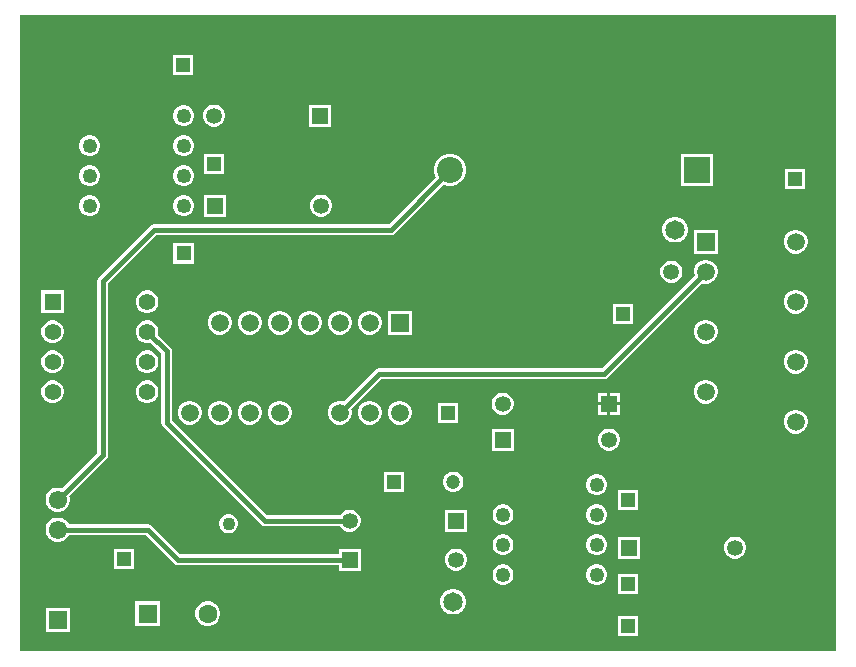
<source format=gbl>
G04*
G04 #@! TF.GenerationSoftware,Altium Limited,Altium Designer,21.2.1 (34)*
G04*
G04 Layer_Physical_Order=2*
G04 Layer_Color=16711680*
%FSLAX25Y25*%
%MOIN*%
G70*
G04*
G04 #@! TF.SameCoordinates,3CCBA5C7-3EF3-4D3C-93EB-A50EB93EC52C*
G04*
G04*
G04 #@! TF.FilePolarity,Positive*
G04*
G01*
G75*
%ADD18C,0.04921*%
%ADD19R,0.04921X0.04921*%
%ADD22C,0.04724*%
%ADD23R,0.04724X0.04724*%
%ADD24C,0.05512*%
%ADD25R,0.05512X0.05512*%
%ADD26R,0.04724X0.04724*%
%ADD31C,0.04331*%
%ADD32R,0.04331X0.04331*%
%ADD33C,0.08661*%
%ADD34R,0.08661X0.08661*%
%ADD37C,0.01500*%
%ADD38C,0.05906*%
%ADD39R,0.05906X0.05906*%
%ADD40R,0.05315X0.05315*%
%ADD41C,0.05315*%
%ADD42C,0.06496*%
%ADD43R,0.05906X0.05906*%
%ADD44C,0.06299*%
%ADD45R,0.06299X0.06299*%
%ADD46R,0.06102X0.06102*%
%ADD47C,0.06102*%
G36*
X273471Y1529D02*
X1529D01*
Y213471D01*
X273471D01*
Y1529D01*
D02*
G37*
%LPC*%
G36*
X59205Y200362D02*
X52480D01*
Y193638D01*
X59205D01*
Y200362D01*
D02*
G37*
G36*
X56377Y183461D02*
X55466D01*
X54585Y183225D01*
X53796Y182769D01*
X53152Y182125D01*
X52697Y181336D01*
X52461Y180456D01*
Y179544D01*
X52697Y178664D01*
X53152Y177875D01*
X53796Y177231D01*
X54585Y176775D01*
X55466Y176539D01*
X56377D01*
X57257Y176775D01*
X58046Y177231D01*
X58690Y177875D01*
X59146Y178664D01*
X59382Y179544D01*
Y180456D01*
X59146Y181336D01*
X58690Y182125D01*
X58046Y182769D01*
X57257Y183225D01*
X56377Y183461D01*
D02*
G37*
G36*
X105091Y183658D02*
X97776D01*
Y176342D01*
X105091D01*
Y183658D01*
D02*
G37*
G36*
X66482D02*
X65518D01*
X64588Y183408D01*
X63754Y182927D01*
X63073Y182246D01*
X62592Y181412D01*
X62343Y180482D01*
Y179518D01*
X62592Y178588D01*
X63073Y177754D01*
X63754Y177073D01*
X64588Y176592D01*
X65518Y176342D01*
X66482D01*
X67412Y176592D01*
X68246Y177073D01*
X68927Y177754D01*
X69408Y178588D01*
X69657Y179518D01*
Y180482D01*
X69408Y181412D01*
X68927Y182246D01*
X68246Y182927D01*
X67412Y183408D01*
X66482Y183658D01*
D02*
G37*
G36*
X56377Y173461D02*
X55466D01*
X54585Y173225D01*
X53796Y172769D01*
X53152Y172125D01*
X52697Y171336D01*
X52461Y170456D01*
Y169544D01*
X52697Y168664D01*
X53152Y167875D01*
X53796Y167231D01*
X54585Y166775D01*
X55466Y166539D01*
X56377D01*
X57257Y166775D01*
X58046Y167231D01*
X58690Y167875D01*
X59146Y168664D01*
X59382Y169544D01*
Y170456D01*
X59146Y171336D01*
X58690Y172125D01*
X58046Y172769D01*
X57257Y173225D01*
X56377Y173461D01*
D02*
G37*
G36*
X25117D02*
X24206D01*
X23326Y173225D01*
X22536Y172769D01*
X21892Y172125D01*
X21437Y171336D01*
X21201Y170456D01*
Y169544D01*
X21437Y168664D01*
X21892Y167875D01*
X22536Y167231D01*
X23326Y166775D01*
X24206Y166539D01*
X25117D01*
X25997Y166775D01*
X26786Y167231D01*
X27431Y167875D01*
X27886Y168664D01*
X28122Y169544D01*
Y170456D01*
X27886Y171336D01*
X27431Y172125D01*
X26786Y172769D01*
X25997Y173225D01*
X25117Y173461D01*
D02*
G37*
G36*
X69520Y167362D02*
X62795D01*
Y160638D01*
X69520D01*
Y167362D01*
D02*
G37*
G36*
X232551Y167331D02*
X221890D01*
Y156669D01*
X232551D01*
Y167331D01*
D02*
G37*
G36*
X145481D02*
X144078D01*
X142722Y166967D01*
X141506Y166266D01*
X140514Y165273D01*
X139812Y164058D01*
X139449Y162702D01*
Y161298D01*
X139812Y159942D01*
X140034Y159558D01*
X124261Y143784D01*
X46000D01*
X45317Y143649D01*
X44738Y143262D01*
X27679Y126202D01*
X27292Y125623D01*
X27156Y124940D01*
Y67679D01*
X15318Y55841D01*
X14533Y56051D01*
X13467D01*
X12436Y55775D01*
X11513Y55242D01*
X10758Y54488D01*
X10225Y53564D01*
X9949Y52533D01*
Y51467D01*
X10225Y50436D01*
X10758Y49512D01*
X11513Y48758D01*
X12436Y48225D01*
X13467Y47949D01*
X14533D01*
X15564Y48225D01*
X16488Y48758D01*
X17242Y49512D01*
X17775Y50436D01*
X18051Y51467D01*
Y52533D01*
X17841Y53318D01*
X30202Y65679D01*
X30202Y65679D01*
X30589Y66258D01*
X30725Y66940D01*
Y124201D01*
X46739Y140216D01*
X125000D01*
X125683Y140351D01*
X126262Y140738D01*
X142617Y157093D01*
X142722Y157033D01*
X144078Y156669D01*
X145481D01*
X146837Y157033D01*
X148053Y157734D01*
X149045Y158727D01*
X149747Y159942D01*
X150110Y161298D01*
Y162702D01*
X149747Y164058D01*
X149045Y165273D01*
X148053Y166266D01*
X146837Y166967D01*
X145481Y167331D01*
D02*
G37*
G36*
X56377Y163461D02*
X55466D01*
X54585Y163225D01*
X53796Y162769D01*
X53152Y162125D01*
X52697Y161336D01*
X52461Y160456D01*
Y159544D01*
X52697Y158664D01*
X53152Y157875D01*
X53796Y157231D01*
X54585Y156775D01*
X55466Y156539D01*
X56377D01*
X57257Y156775D01*
X58046Y157231D01*
X58690Y157875D01*
X59146Y158664D01*
X59382Y159544D01*
Y160456D01*
X59146Y161336D01*
X58690Y162125D01*
X58046Y162769D01*
X57257Y163225D01*
X56377Y163461D01*
D02*
G37*
G36*
X25117D02*
X24206D01*
X23326Y163225D01*
X22536Y162769D01*
X21892Y162125D01*
X21437Y161336D01*
X21201Y160456D01*
Y159544D01*
X21437Y158664D01*
X21892Y157875D01*
X22536Y157231D01*
X23326Y156775D01*
X24206Y156539D01*
X25117D01*
X25997Y156775D01*
X26786Y157231D01*
X27431Y157875D01*
X27886Y158664D01*
X28122Y159544D01*
Y160456D01*
X27886Y161336D01*
X27431Y162125D01*
X26786Y162769D01*
X25997Y163225D01*
X25117Y163461D01*
D02*
G37*
G36*
X263205Y162362D02*
X256480D01*
Y155638D01*
X263205D01*
Y162362D01*
D02*
G37*
G36*
X56377Y153461D02*
X55466D01*
X54585Y153225D01*
X53796Y152769D01*
X53152Y152125D01*
X52697Y151336D01*
X52461Y150456D01*
Y149544D01*
X52697Y148664D01*
X53152Y147875D01*
X53796Y147231D01*
X54585Y146775D01*
X55466Y146539D01*
X56377D01*
X57257Y146775D01*
X58046Y147231D01*
X58690Y147875D01*
X59146Y148664D01*
X59382Y149544D01*
Y150456D01*
X59146Y151336D01*
X58690Y152125D01*
X58046Y152769D01*
X57257Y153225D01*
X56377Y153461D01*
D02*
G37*
G36*
X25117D02*
X24206D01*
X23326Y153225D01*
X22536Y152769D01*
X21892Y152125D01*
X21437Y151336D01*
X21201Y150456D01*
Y149544D01*
X21437Y148664D01*
X21892Y147875D01*
X22536Y147231D01*
X23326Y146775D01*
X24206Y146539D01*
X25117D01*
X25997Y146775D01*
X26786Y147231D01*
X27431Y147875D01*
X27886Y148664D01*
X28122Y149544D01*
Y150456D01*
X27886Y151336D01*
X27431Y152125D01*
X26786Y152769D01*
X25997Y153225D01*
X25117Y153461D01*
D02*
G37*
G36*
X102198Y153657D02*
X101235D01*
X100305Y153408D01*
X99471Y152927D01*
X98790Y152246D01*
X98308Y151412D01*
X98059Y150481D01*
Y149519D01*
X98308Y148588D01*
X98790Y147754D01*
X99471Y147073D01*
X100305Y146592D01*
X101235Y146343D01*
X102198D01*
X103128Y146592D01*
X103962Y147073D01*
X104643Y147754D01*
X105125Y148588D01*
X105374Y149519D01*
Y150481D01*
X105125Y151412D01*
X104643Y152246D01*
X103962Y152927D01*
X103128Y153408D01*
X102198Y153657D01*
D02*
G37*
G36*
X69941D02*
X62626D01*
Y146343D01*
X69941D01*
Y153657D01*
D02*
G37*
G36*
X220276Y146248D02*
X219157D01*
X218077Y145958D01*
X217108Y145399D01*
X216317Y144608D01*
X215758Y143640D01*
X215469Y142559D01*
Y141441D01*
X215758Y140360D01*
X216317Y139392D01*
X217108Y138601D01*
X218077Y138041D01*
X219157Y137752D01*
X220276D01*
X221356Y138041D01*
X222325Y138601D01*
X223116Y139392D01*
X223675Y140360D01*
X223965Y141441D01*
Y142559D01*
X223675Y143640D01*
X223116Y144608D01*
X222325Y145399D01*
X221356Y145958D01*
X220276Y146248D01*
D02*
G37*
G36*
X260520Y141953D02*
X259480D01*
X258474Y141683D01*
X257573Y141163D01*
X256837Y140427D01*
X256317Y139526D01*
X256047Y138520D01*
Y137480D01*
X256317Y136474D01*
X256837Y135573D01*
X257573Y134837D01*
X258474Y134317D01*
X259480Y134047D01*
X260520D01*
X261526Y134317D01*
X262427Y134837D01*
X263163Y135573D01*
X263683Y136474D01*
X263953Y137480D01*
Y138520D01*
X263683Y139526D01*
X263163Y140427D01*
X262427Y141163D01*
X261526Y141683D01*
X260520Y141953D01*
D02*
G37*
G36*
X233953D02*
X226047D01*
Y134047D01*
X233953D01*
Y141953D01*
D02*
G37*
G36*
X59284Y137441D02*
X52559D01*
Y130717D01*
X59284D01*
Y137441D01*
D02*
G37*
G36*
X218979Y131658D02*
X218016D01*
X217086Y131408D01*
X216252Y130927D01*
X215571Y130246D01*
X215089Y129412D01*
X214840Y128481D01*
Y127518D01*
X215089Y126588D01*
X215571Y125754D01*
X216252Y125073D01*
X217086Y124592D01*
X218016Y124343D01*
X218979D01*
X219909Y124592D01*
X220743Y125073D01*
X221424Y125754D01*
X221906Y126588D01*
X222155Y127518D01*
Y128481D01*
X221906Y129412D01*
X221424Y130246D01*
X220743Y130927D01*
X219909Y131408D01*
X218979Y131658D01*
D02*
G37*
G36*
X230520Y131953D02*
X229480D01*
X228474Y131683D01*
X227573Y131163D01*
X226837Y130427D01*
X226317Y129526D01*
X226047Y128520D01*
Y127480D01*
X226239Y126763D01*
X195261Y95784D01*
X121000D01*
X121000Y95784D01*
X120317Y95648D01*
X120028Y95455D01*
X119738Y95262D01*
X119738Y95262D01*
X109237Y84761D01*
X108520Y84953D01*
X107480D01*
X106474Y84683D01*
X105573Y84163D01*
X104837Y83427D01*
X104317Y82526D01*
X104047Y81520D01*
Y80480D01*
X104317Y79474D01*
X104837Y78573D01*
X105573Y77837D01*
X106474Y77317D01*
X107480Y77047D01*
X108520D01*
X109526Y77317D01*
X110427Y77837D01*
X111163Y78573D01*
X111683Y79474D01*
X111953Y80480D01*
Y81520D01*
X111761Y82237D01*
X121739Y92216D01*
X196000D01*
X196683Y92352D01*
X197262Y92738D01*
X228763Y124239D01*
X229480Y124047D01*
X230520D01*
X231526Y124317D01*
X232427Y124837D01*
X233163Y125573D01*
X233683Y126474D01*
X233953Y127480D01*
Y128520D01*
X233683Y129526D01*
X233163Y130427D01*
X232427Y131163D01*
X231526Y131683D01*
X230520Y131953D01*
D02*
G37*
G36*
X44245Y121756D02*
X43255D01*
X42300Y121500D01*
X41444Y121005D01*
X40745Y120306D01*
X40250Y119450D01*
X39994Y118494D01*
Y117506D01*
X40250Y116550D01*
X40745Y115694D01*
X41444Y114995D01*
X42300Y114500D01*
X43255Y114244D01*
X44245D01*
X45200Y114500D01*
X46056Y114995D01*
X46755Y115694D01*
X47250Y116550D01*
X47506Y117506D01*
Y118494D01*
X47250Y119450D01*
X46755Y120306D01*
X46056Y121005D01*
X45200Y121500D01*
X44245Y121756D01*
D02*
G37*
G36*
X16006D02*
X8494D01*
Y114244D01*
X16006D01*
Y121756D01*
D02*
G37*
G36*
X260520Y121953D02*
X259480D01*
X258474Y121683D01*
X257573Y121163D01*
X256837Y120427D01*
X256317Y119526D01*
X256047Y118520D01*
Y117480D01*
X256317Y116474D01*
X256837Y115573D01*
X257573Y114837D01*
X258474Y114317D01*
X259480Y114047D01*
X260520D01*
X261526Y114317D01*
X262427Y114837D01*
X263163Y115573D01*
X263683Y116474D01*
X263953Y117480D01*
Y118520D01*
X263683Y119526D01*
X263163Y120427D01*
X262427Y121163D01*
X261526Y121683D01*
X260520Y121953D01*
D02*
G37*
G36*
X205702Y117362D02*
X198978D01*
Y110638D01*
X205702D01*
Y117362D01*
D02*
G37*
G36*
X131953Y114953D02*
X124047D01*
Y107047D01*
X131953D01*
Y114953D01*
D02*
G37*
G36*
X118520D02*
X117480D01*
X116474Y114683D01*
X115573Y114163D01*
X114837Y113427D01*
X114317Y112526D01*
X114047Y111520D01*
Y110480D01*
X114317Y109474D01*
X114837Y108573D01*
X115573Y107837D01*
X116474Y107317D01*
X117480Y107047D01*
X118520D01*
X119526Y107317D01*
X120427Y107837D01*
X121163Y108573D01*
X121683Y109474D01*
X121953Y110480D01*
Y111520D01*
X121683Y112526D01*
X121163Y113427D01*
X120427Y114163D01*
X119526Y114683D01*
X118520Y114953D01*
D02*
G37*
G36*
X108520D02*
X107480D01*
X106474Y114683D01*
X105573Y114163D01*
X104837Y113427D01*
X104317Y112526D01*
X104047Y111520D01*
Y110480D01*
X104317Y109474D01*
X104837Y108573D01*
X105573Y107837D01*
X106474Y107317D01*
X107480Y107047D01*
X108520D01*
X109526Y107317D01*
X110427Y107837D01*
X111163Y108573D01*
X111683Y109474D01*
X111953Y110480D01*
Y111520D01*
X111683Y112526D01*
X111163Y113427D01*
X110427Y114163D01*
X109526Y114683D01*
X108520Y114953D01*
D02*
G37*
G36*
X98520D02*
X97480D01*
X96474Y114683D01*
X95573Y114163D01*
X94837Y113427D01*
X94317Y112526D01*
X94047Y111520D01*
Y110480D01*
X94317Y109474D01*
X94837Y108573D01*
X95573Y107837D01*
X96474Y107317D01*
X97480Y107047D01*
X98520D01*
X99526Y107317D01*
X100427Y107837D01*
X101163Y108573D01*
X101683Y109474D01*
X101953Y110480D01*
Y111520D01*
X101683Y112526D01*
X101163Y113427D01*
X100427Y114163D01*
X99526Y114683D01*
X98520Y114953D01*
D02*
G37*
G36*
X88520D02*
X87480D01*
X86474Y114683D01*
X85573Y114163D01*
X84837Y113427D01*
X84317Y112526D01*
X84047Y111520D01*
Y110480D01*
X84317Y109474D01*
X84837Y108573D01*
X85573Y107837D01*
X86474Y107317D01*
X87480Y107047D01*
X88520D01*
X89526Y107317D01*
X90427Y107837D01*
X91163Y108573D01*
X91683Y109474D01*
X91953Y110480D01*
Y111520D01*
X91683Y112526D01*
X91163Y113427D01*
X90427Y114163D01*
X89526Y114683D01*
X88520Y114953D01*
D02*
G37*
G36*
X78520D02*
X77480D01*
X76474Y114683D01*
X75573Y114163D01*
X74837Y113427D01*
X74317Y112526D01*
X74047Y111520D01*
Y110480D01*
X74317Y109474D01*
X74837Y108573D01*
X75573Y107837D01*
X76474Y107317D01*
X77480Y107047D01*
X78520D01*
X79526Y107317D01*
X80427Y107837D01*
X81163Y108573D01*
X81683Y109474D01*
X81953Y110480D01*
Y111520D01*
X81683Y112526D01*
X81163Y113427D01*
X80427Y114163D01*
X79526Y114683D01*
X78520Y114953D01*
D02*
G37*
G36*
X68520D02*
X67480D01*
X66474Y114683D01*
X65573Y114163D01*
X64837Y113427D01*
X64317Y112526D01*
X64047Y111520D01*
Y110480D01*
X64317Y109474D01*
X64837Y108573D01*
X65573Y107837D01*
X66474Y107317D01*
X67480Y107047D01*
X68520D01*
X69526Y107317D01*
X70427Y107837D01*
X71163Y108573D01*
X71683Y109474D01*
X71953Y110480D01*
Y111520D01*
X71683Y112526D01*
X71163Y113427D01*
X70427Y114163D01*
X69526Y114683D01*
X68520Y114953D01*
D02*
G37*
G36*
X12744Y111756D02*
X11755D01*
X10800Y111500D01*
X9944Y111005D01*
X9245Y110306D01*
X8750Y109450D01*
X8494Y108494D01*
Y107506D01*
X8750Y106550D01*
X9245Y105694D01*
X9944Y104994D01*
X10800Y104500D01*
X11755Y104244D01*
X12744D01*
X13700Y104500D01*
X14556Y104994D01*
X15256Y105694D01*
X15750Y106550D01*
X16006Y107506D01*
Y108494D01*
X15750Y109450D01*
X15256Y110306D01*
X14556Y111005D01*
X13700Y111500D01*
X12744Y111756D01*
D02*
G37*
G36*
X230520Y111953D02*
X229480D01*
X228474Y111683D01*
X227573Y111163D01*
X226837Y110427D01*
X226317Y109526D01*
X226047Y108520D01*
Y107480D01*
X226317Y106474D01*
X226837Y105573D01*
X227573Y104837D01*
X228474Y104317D01*
X229480Y104047D01*
X230520D01*
X231526Y104317D01*
X232427Y104837D01*
X233163Y105573D01*
X233683Y106474D01*
X233953Y107480D01*
Y108520D01*
X233683Y109526D01*
X233163Y110427D01*
X232427Y111163D01*
X231526Y111683D01*
X230520Y111953D01*
D02*
G37*
G36*
X44245Y101756D02*
X43255D01*
X42300Y101500D01*
X41444Y101005D01*
X40745Y100306D01*
X40250Y99450D01*
X39994Y98494D01*
Y97505D01*
X40250Y96550D01*
X40745Y95694D01*
X41444Y94994D01*
X42300Y94500D01*
X43255Y94244D01*
X44245D01*
X45200Y94500D01*
X46056Y94994D01*
X46755Y95694D01*
X47250Y96550D01*
X47506Y97505D01*
Y98494D01*
X47250Y99450D01*
X46755Y100306D01*
X46056Y101005D01*
X45200Y101500D01*
X44245Y101756D01*
D02*
G37*
G36*
X12744D02*
X11755D01*
X10800Y101500D01*
X9944Y101005D01*
X9245Y100306D01*
X8750Y99450D01*
X8494Y98494D01*
Y97505D01*
X8750Y96550D01*
X9245Y95694D01*
X9944Y94994D01*
X10800Y94500D01*
X11755Y94244D01*
X12744D01*
X13700Y94500D01*
X14556Y94994D01*
X15256Y95694D01*
X15750Y96550D01*
X16006Y97505D01*
Y98494D01*
X15750Y99450D01*
X15256Y100306D01*
X14556Y101005D01*
X13700Y101500D01*
X12744Y101756D01*
D02*
G37*
G36*
X260520Y101953D02*
X259480D01*
X258474Y101683D01*
X257573Y101163D01*
X256837Y100427D01*
X256317Y99526D01*
X256047Y98520D01*
Y97480D01*
X256317Y96474D01*
X256837Y95573D01*
X257573Y94837D01*
X258474Y94317D01*
X259480Y94047D01*
X260520D01*
X261526Y94317D01*
X262427Y94837D01*
X263163Y95573D01*
X263683Y96474D01*
X263953Y97480D01*
Y98520D01*
X263683Y99526D01*
X263163Y100427D01*
X262427Y101163D01*
X261526Y101683D01*
X260520Y101953D01*
D02*
G37*
G36*
X201374Y87657D02*
X198216D01*
Y84500D01*
X201374D01*
Y87657D01*
D02*
G37*
G36*
X197216D02*
X194059D01*
Y84500D01*
X197216D01*
Y87657D01*
D02*
G37*
G36*
X44245Y91756D02*
X43255D01*
X42300Y91500D01*
X41444Y91005D01*
X40745Y90306D01*
X40250Y89450D01*
X39994Y88494D01*
Y87506D01*
X40250Y86550D01*
X40745Y85694D01*
X41444Y84995D01*
X42300Y84500D01*
X43255Y84244D01*
X44245D01*
X45200Y84500D01*
X46056Y84995D01*
X46755Y85694D01*
X47250Y86550D01*
X47506Y87506D01*
Y88494D01*
X47250Y89450D01*
X46755Y90306D01*
X46056Y91005D01*
X45200Y91500D01*
X44245Y91756D01*
D02*
G37*
G36*
X12744D02*
X11755D01*
X10800Y91500D01*
X9944Y91005D01*
X9245Y90306D01*
X8750Y89450D01*
X8494Y88494D01*
Y87506D01*
X8750Y86550D01*
X9245Y85694D01*
X9944Y84995D01*
X10800Y84500D01*
X11755Y84244D01*
X12744D01*
X13700Y84500D01*
X14556Y84995D01*
X15256Y85694D01*
X15750Y86550D01*
X16006Y87506D01*
Y88494D01*
X15750Y89450D01*
X15256Y90306D01*
X14556Y91005D01*
X13700Y91500D01*
X12744Y91756D01*
D02*
G37*
G36*
X230520Y91953D02*
X229480D01*
X228474Y91683D01*
X227573Y91163D01*
X226837Y90427D01*
X226317Y89526D01*
X226047Y88520D01*
Y87480D01*
X226317Y86474D01*
X226837Y85573D01*
X227573Y84837D01*
X228474Y84317D01*
X229480Y84047D01*
X230520D01*
X231526Y84317D01*
X232427Y84837D01*
X233163Y85573D01*
X233683Y86474D01*
X233953Y87480D01*
Y88520D01*
X233683Y89526D01*
X233163Y90427D01*
X232427Y91163D01*
X231526Y91683D01*
X230520Y91953D01*
D02*
G37*
G36*
X201374Y83500D02*
X198216D01*
Y80343D01*
X201374D01*
Y83500D01*
D02*
G37*
G36*
X197216D02*
X194059D01*
Y80343D01*
X197216D01*
Y83500D01*
D02*
G37*
G36*
X162765Y87657D02*
X161802D01*
X160872Y87408D01*
X160038Y86927D01*
X159357Y86246D01*
X158875Y85412D01*
X158626Y84482D01*
Y83518D01*
X158875Y82588D01*
X159357Y81754D01*
X160038Y81073D01*
X160872Y80592D01*
X161802Y80343D01*
X162765D01*
X163695Y80592D01*
X164529Y81073D01*
X165210Y81754D01*
X165692Y82588D01*
X165941Y83518D01*
Y84482D01*
X165692Y85412D01*
X165210Y86246D01*
X164529Y86927D01*
X163695Y87408D01*
X162765Y87657D01*
D02*
G37*
G36*
X147362Y84362D02*
X140638D01*
Y77638D01*
X147362D01*
Y84362D01*
D02*
G37*
G36*
X128520Y84953D02*
X127480D01*
X126474Y84683D01*
X125573Y84163D01*
X124837Y83427D01*
X124317Y82526D01*
X124047Y81520D01*
Y80480D01*
X124317Y79474D01*
X124837Y78573D01*
X125573Y77837D01*
X126474Y77317D01*
X127480Y77047D01*
X128520D01*
X129526Y77317D01*
X130427Y77837D01*
X131163Y78573D01*
X131683Y79474D01*
X131953Y80480D01*
Y81520D01*
X131683Y82526D01*
X131163Y83427D01*
X130427Y84163D01*
X129526Y84683D01*
X128520Y84953D01*
D02*
G37*
G36*
X118520D02*
X117480D01*
X116474Y84683D01*
X115573Y84163D01*
X114837Y83427D01*
X114317Y82526D01*
X114047Y81520D01*
Y80480D01*
X114317Y79474D01*
X114837Y78573D01*
X115573Y77837D01*
X116474Y77317D01*
X117480Y77047D01*
X118520D01*
X119526Y77317D01*
X120427Y77837D01*
X121163Y78573D01*
X121683Y79474D01*
X121953Y80480D01*
Y81520D01*
X121683Y82526D01*
X121163Y83427D01*
X120427Y84163D01*
X119526Y84683D01*
X118520Y84953D01*
D02*
G37*
G36*
X88520D02*
X87480D01*
X86474Y84683D01*
X85573Y84163D01*
X84837Y83427D01*
X84317Y82526D01*
X84047Y81520D01*
Y80480D01*
X84317Y79474D01*
X84837Y78573D01*
X85573Y77837D01*
X86474Y77317D01*
X87480Y77047D01*
X88520D01*
X89526Y77317D01*
X90427Y77837D01*
X91163Y78573D01*
X91683Y79474D01*
X91953Y80480D01*
Y81520D01*
X91683Y82526D01*
X91163Y83427D01*
X90427Y84163D01*
X89526Y84683D01*
X88520Y84953D01*
D02*
G37*
G36*
X78520D02*
X77480D01*
X76474Y84683D01*
X75573Y84163D01*
X74837Y83427D01*
X74317Y82526D01*
X74047Y81520D01*
Y80480D01*
X74317Y79474D01*
X74837Y78573D01*
X75573Y77837D01*
X76474Y77317D01*
X77480Y77047D01*
X78520D01*
X79526Y77317D01*
X80427Y77837D01*
X81163Y78573D01*
X81683Y79474D01*
X81953Y80480D01*
Y81520D01*
X81683Y82526D01*
X81163Y83427D01*
X80427Y84163D01*
X79526Y84683D01*
X78520Y84953D01*
D02*
G37*
G36*
X68520D02*
X67480D01*
X66474Y84683D01*
X65573Y84163D01*
X64837Y83427D01*
X64317Y82526D01*
X64047Y81520D01*
Y80480D01*
X64317Y79474D01*
X64837Y78573D01*
X65573Y77837D01*
X66474Y77317D01*
X67480Y77047D01*
X68520D01*
X69526Y77317D01*
X70427Y77837D01*
X71163Y78573D01*
X71683Y79474D01*
X71953Y80480D01*
Y81520D01*
X71683Y82526D01*
X71163Y83427D01*
X70427Y84163D01*
X69526Y84683D01*
X68520Y84953D01*
D02*
G37*
G36*
X58520D02*
X57480D01*
X56474Y84683D01*
X55573Y84163D01*
X54837Y83427D01*
X54317Y82526D01*
X54047Y81520D01*
Y80480D01*
X54317Y79474D01*
X54837Y78573D01*
X55573Y77837D01*
X56474Y77317D01*
X57480Y77047D01*
X58520D01*
X59526Y77317D01*
X60427Y77837D01*
X61163Y78573D01*
X61683Y79474D01*
X61953Y80480D01*
Y81520D01*
X61683Y82526D01*
X61163Y83427D01*
X60427Y84163D01*
X59526Y84683D01*
X58520Y84953D01*
D02*
G37*
G36*
X260520Y81953D02*
X259480D01*
X258474Y81683D01*
X257573Y81163D01*
X256837Y80427D01*
X256317Y79526D01*
X256047Y78520D01*
Y77480D01*
X256317Y76474D01*
X256837Y75573D01*
X257573Y74837D01*
X258474Y74317D01*
X259480Y74047D01*
X260520D01*
X261526Y74317D01*
X262427Y74837D01*
X263163Y75573D01*
X263683Y76474D01*
X263953Y77480D01*
Y78520D01*
X263683Y79526D01*
X263163Y80427D01*
X262427Y81163D01*
X261526Y81683D01*
X260520Y81953D01*
D02*
G37*
G36*
X198198Y75657D02*
X197235D01*
X196305Y75408D01*
X195471Y74927D01*
X194790Y74246D01*
X194308Y73412D01*
X194059Y72482D01*
Y71518D01*
X194308Y70588D01*
X194790Y69754D01*
X195471Y69073D01*
X196305Y68592D01*
X197235Y68343D01*
X198198D01*
X199128Y68592D01*
X199962Y69073D01*
X200643Y69754D01*
X201125Y70588D01*
X201374Y71518D01*
Y72482D01*
X201125Y73412D01*
X200643Y74246D01*
X199962Y74927D01*
X199128Y75408D01*
X198198Y75657D01*
D02*
G37*
G36*
X165941D02*
X158626D01*
Y68343D01*
X165941D01*
Y75657D01*
D02*
G37*
G36*
X146285Y61362D02*
X145400D01*
X144545Y61133D01*
X143778Y60690D01*
X143152Y60064D01*
X142709Y59298D01*
X142480Y58443D01*
Y57557D01*
X142709Y56702D01*
X143152Y55936D01*
X143778Y55310D01*
X144545Y54867D01*
X145400Y54638D01*
X146285D01*
X147140Y54867D01*
X147907Y55310D01*
X148533Y55936D01*
X148976Y56702D01*
X149205Y57557D01*
Y58443D01*
X148976Y59298D01*
X148533Y60064D01*
X147907Y60690D01*
X147140Y61133D01*
X146285Y61362D01*
D02*
G37*
G36*
X129520D02*
X122795D01*
Y54638D01*
X129520D01*
Y61362D01*
D02*
G37*
G36*
X194086Y60461D02*
X193174D01*
X192294Y60225D01*
X191505Y59769D01*
X190861Y59125D01*
X190405Y58336D01*
X190169Y57456D01*
Y56544D01*
X190405Y55664D01*
X190861Y54875D01*
X191505Y54231D01*
X192294Y53775D01*
X193174Y53539D01*
X194086D01*
X194966Y53775D01*
X195755Y54231D01*
X196399Y54875D01*
X196855Y55664D01*
X197091Y56544D01*
Y57456D01*
X196855Y58336D01*
X196399Y59125D01*
X195755Y59769D01*
X194966Y60225D01*
X194086Y60461D01*
D02*
G37*
G36*
X207520Y55362D02*
X200795D01*
Y48638D01*
X207520D01*
Y55362D01*
D02*
G37*
G36*
X194086Y50461D02*
X193174D01*
X192294Y50225D01*
X191505Y49769D01*
X190861Y49125D01*
X190405Y48336D01*
X190169Y47456D01*
Y46544D01*
X190405Y45664D01*
X190861Y44875D01*
X191505Y44231D01*
X192294Y43775D01*
X193174Y43539D01*
X194086D01*
X194966Y43775D01*
X195755Y44231D01*
X196399Y44875D01*
X196855Y45664D01*
X197091Y46544D01*
Y47456D01*
X196855Y48336D01*
X196399Y49125D01*
X195755Y49769D01*
X194966Y50225D01*
X194086Y50461D01*
D02*
G37*
G36*
X162826D02*
X161915D01*
X161034Y50225D01*
X160245Y49769D01*
X159601Y49125D01*
X159145Y48336D01*
X158909Y47456D01*
Y46544D01*
X159145Y45664D01*
X159601Y44875D01*
X160245Y44231D01*
X161034Y43775D01*
X161915Y43539D01*
X162826D01*
X163706Y43775D01*
X164495Y44231D01*
X165139Y44875D01*
X165595Y45664D01*
X165831Y46544D01*
Y47456D01*
X165595Y48336D01*
X165139Y49125D01*
X164495Y49769D01*
X163706Y50225D01*
X162826Y50461D01*
D02*
G37*
G36*
X150374Y48658D02*
X143059D01*
Y41342D01*
X150374D01*
Y48658D01*
D02*
G37*
G36*
X44245Y111756D02*
X43255D01*
X42300Y111500D01*
X41444Y111005D01*
X40745Y110306D01*
X40250Y109450D01*
X39994Y108494D01*
Y107506D01*
X40250Y106550D01*
X40745Y105694D01*
X41444Y104994D01*
X42300Y104500D01*
X43255Y104244D01*
X44245D01*
X44827Y104400D01*
X48501Y100726D01*
Y77715D01*
X48636Y77032D01*
X49023Y76454D01*
X81738Y43738D01*
X81738Y43738D01*
X82028Y43545D01*
X82317Y43352D01*
X83000Y43216D01*
X83000Y43216D01*
X108090D01*
X108357Y42754D01*
X109038Y42073D01*
X109872Y41592D01*
X110802Y41342D01*
X111765D01*
X112695Y41592D01*
X113529Y42073D01*
X114210Y42754D01*
X114692Y43588D01*
X114941Y44519D01*
Y45482D01*
X114692Y46412D01*
X114210Y47246D01*
X113529Y47927D01*
X112695Y48408D01*
X111765Y48658D01*
X110802D01*
X109872Y48408D01*
X109038Y47927D01*
X108357Y47246D01*
X108090Y46784D01*
X83739D01*
X52069Y78454D01*
Y101465D01*
X51933Y102148D01*
X51547Y102727D01*
X51547Y102727D01*
X47350Y106923D01*
X47506Y107506D01*
Y108494D01*
X47250Y109450D01*
X46755Y110306D01*
X46056Y111005D01*
X45200Y111500D01*
X44245Y111756D01*
D02*
G37*
G36*
X71338Y47165D02*
X70504D01*
X69700Y46950D01*
X68978Y46533D01*
X68388Y45944D01*
X67972Y45222D01*
X67756Y44417D01*
Y43583D01*
X67972Y42778D01*
X68388Y42056D01*
X68978Y41467D01*
X69700Y41050D01*
X70504Y40835D01*
X71338D01*
X72143Y41050D01*
X72865Y41467D01*
X73454Y42056D01*
X73871Y42778D01*
X74087Y43583D01*
Y44417D01*
X73871Y45222D01*
X73454Y45944D01*
X72865Y46533D01*
X72143Y46950D01*
X71338Y47165D01*
D02*
G37*
G36*
X194086Y40461D02*
X193174D01*
X192294Y40225D01*
X191505Y39769D01*
X190861Y39125D01*
X190405Y38336D01*
X190169Y37456D01*
Y36544D01*
X190405Y35664D01*
X190861Y34875D01*
X191505Y34231D01*
X192294Y33775D01*
X193174Y33539D01*
X194086D01*
X194966Y33775D01*
X195755Y34231D01*
X196399Y34875D01*
X196855Y35664D01*
X197091Y36544D01*
Y37456D01*
X196855Y38336D01*
X196399Y39125D01*
X195755Y39769D01*
X194966Y40225D01*
X194086Y40461D01*
D02*
G37*
G36*
X162826D02*
X161915D01*
X161034Y40225D01*
X160245Y39769D01*
X159601Y39125D01*
X159145Y38336D01*
X158909Y37456D01*
Y36544D01*
X159145Y35664D01*
X159601Y34875D01*
X160245Y34231D01*
X161034Y33775D01*
X161915Y33539D01*
X162826D01*
X163706Y33775D01*
X164495Y34231D01*
X165139Y34875D01*
X165595Y35664D01*
X165831Y36544D01*
Y37456D01*
X165595Y38336D01*
X165139Y39125D01*
X164495Y39769D01*
X163706Y40225D01*
X162826Y40461D01*
D02*
G37*
G36*
X240198Y39658D02*
X239235D01*
X238305Y39408D01*
X237471Y38927D01*
X236790Y38246D01*
X236308Y37412D01*
X236059Y36481D01*
Y35519D01*
X236308Y34588D01*
X236790Y33754D01*
X237471Y33073D01*
X238305Y32592D01*
X239235Y32342D01*
X240198D01*
X241128Y32592D01*
X241962Y33073D01*
X242643Y33754D01*
X243125Y34588D01*
X243374Y35519D01*
Y36481D01*
X243125Y37412D01*
X242643Y38246D01*
X241962Y38927D01*
X241128Y39408D01*
X240198Y39658D01*
D02*
G37*
G36*
X207941D02*
X200626D01*
Y32342D01*
X207941D01*
Y39658D01*
D02*
G37*
G36*
X39362Y35520D02*
X32638D01*
Y28795D01*
X39362D01*
Y35520D01*
D02*
G37*
G36*
X147198Y35658D02*
X146235D01*
X145305Y35408D01*
X144471Y34927D01*
X143790Y34246D01*
X143308Y33412D01*
X143059Y32482D01*
Y31519D01*
X143308Y30588D01*
X143790Y29754D01*
X144471Y29073D01*
X145305Y28592D01*
X146235Y28343D01*
X147198D01*
X148128Y28592D01*
X148962Y29073D01*
X149643Y29754D01*
X150125Y30588D01*
X150374Y31519D01*
Y32482D01*
X150125Y33412D01*
X149643Y34246D01*
X148962Y34927D01*
X148128Y35408D01*
X147198Y35658D01*
D02*
G37*
G36*
X14533Y46051D02*
X13467D01*
X12436Y45775D01*
X11513Y45242D01*
X10758Y44488D01*
X10225Y43564D01*
X9949Y42533D01*
Y41467D01*
X10225Y40436D01*
X10758Y39513D01*
X11513Y38758D01*
X12436Y38225D01*
X13467Y37949D01*
X14533D01*
X15564Y38225D01*
X16488Y38758D01*
X17242Y39513D01*
X17648Y40216D01*
X43261D01*
X52738Y30738D01*
X52738Y30738D01*
X53317Y30351D01*
X54000Y30216D01*
X54000Y30216D01*
X107626D01*
Y28343D01*
X114941D01*
Y35658D01*
X107626D01*
Y33784D01*
X54739D01*
X45262Y43262D01*
X44683Y43648D01*
X44000Y43784D01*
X17648D01*
X17242Y44488D01*
X16488Y45242D01*
X15564Y45775D01*
X14533Y46051D01*
D02*
G37*
G36*
X194086Y30461D02*
X193174D01*
X192294Y30225D01*
X191505Y29769D01*
X190861Y29125D01*
X190405Y28336D01*
X190169Y27456D01*
Y26544D01*
X190405Y25664D01*
X190861Y24875D01*
X191505Y24231D01*
X192294Y23775D01*
X193174Y23539D01*
X194086D01*
X194966Y23775D01*
X195755Y24231D01*
X196399Y24875D01*
X196855Y25664D01*
X197091Y26544D01*
Y27456D01*
X196855Y28336D01*
X196399Y29125D01*
X195755Y29769D01*
X194966Y30225D01*
X194086Y30461D01*
D02*
G37*
G36*
X162826D02*
X161915D01*
X161034Y30225D01*
X160245Y29769D01*
X159601Y29125D01*
X159145Y28336D01*
X158909Y27456D01*
Y26544D01*
X159145Y25664D01*
X159601Y24875D01*
X160245Y24231D01*
X161034Y23775D01*
X161915Y23539D01*
X162826D01*
X163706Y23775D01*
X164495Y24231D01*
X165139Y24875D01*
X165595Y25664D01*
X165831Y26544D01*
Y27456D01*
X165595Y28336D01*
X165139Y29125D01*
X164495Y29769D01*
X163706Y30225D01*
X162826Y30461D01*
D02*
G37*
G36*
X207520Y27362D02*
X200795D01*
Y20638D01*
X207520D01*
Y27362D01*
D02*
G37*
G36*
X146276Y22248D02*
X145157D01*
X144077Y21959D01*
X143108Y21399D01*
X142317Y20608D01*
X141758Y19640D01*
X141469Y18559D01*
Y17441D01*
X141758Y16360D01*
X142317Y15392D01*
X143108Y14601D01*
X144077Y14041D01*
X145157Y13752D01*
X146276D01*
X147356Y14041D01*
X148325Y14601D01*
X149116Y15392D01*
X149675Y16360D01*
X149965Y17441D01*
Y18559D01*
X149675Y19640D01*
X149116Y20608D01*
X148325Y21399D01*
X147356Y21959D01*
X146276Y22248D01*
D02*
G37*
G36*
X64546Y18150D02*
X63454D01*
X62398Y17867D01*
X61452Y17321D01*
X60680Y16548D01*
X60133Y15602D01*
X59850Y14546D01*
Y13454D01*
X60133Y12398D01*
X60680Y11452D01*
X61452Y10679D01*
X62398Y10133D01*
X63454Y9850D01*
X64546D01*
X65602Y10133D01*
X66548Y10679D01*
X67321Y11452D01*
X67867Y12398D01*
X68150Y13454D01*
Y14546D01*
X67867Y15602D01*
X67321Y16548D01*
X66548Y17321D01*
X65602Y17867D01*
X64546Y18150D01*
D02*
G37*
G36*
X48150D02*
X39850D01*
Y9850D01*
X48150D01*
Y18150D01*
D02*
G37*
G36*
X18051Y16051D02*
X9949D01*
Y7949D01*
X18051D01*
Y16051D01*
D02*
G37*
G36*
X207520Y13362D02*
X200795D01*
Y6638D01*
X207520D01*
Y13362D01*
D02*
G37*
%LPD*%
D18*
X55921Y180000D02*
D03*
Y170000D02*
D03*
Y160000D02*
D03*
Y150000D02*
D03*
X24661D02*
D03*
Y160000D02*
D03*
Y170000D02*
D03*
X193630Y57000D02*
D03*
Y47000D02*
D03*
Y37000D02*
D03*
Y27000D02*
D03*
X162370D02*
D03*
Y37000D02*
D03*
Y47000D02*
D03*
D19*
X24661Y180000D02*
D03*
X162370Y57000D02*
D03*
D22*
X85843Y164000D02*
D03*
X36158Y197000D02*
D03*
X144000Y100685D02*
D03*
X75606Y134079D02*
D03*
X145843Y58000D02*
D03*
X223843Y10000D02*
D03*
Y24000D02*
D03*
Y52000D02*
D03*
X182655Y114000D02*
D03*
X240158Y159000D02*
D03*
X36000Y51842D02*
D03*
D23*
X66158Y164000D02*
D03*
X55843Y197000D02*
D03*
X55921Y134079D02*
D03*
X126157Y58000D02*
D03*
X204157Y10000D02*
D03*
Y24000D02*
D03*
Y52000D02*
D03*
X202340Y114000D02*
D03*
X259842Y159000D02*
D03*
D24*
X12250Y88000D02*
D03*
Y98000D02*
D03*
Y108000D02*
D03*
X43750Y88000D02*
D03*
Y98000D02*
D03*
Y108000D02*
D03*
Y118000D02*
D03*
D25*
X12250D02*
D03*
D26*
X144000Y81000D02*
D03*
X36000Y32157D02*
D03*
D31*
X70921Y44000D02*
D03*
D32*
X61079D02*
D03*
D33*
X144780Y162000D02*
D03*
D34*
X227221D02*
D03*
D37*
X83000Y45000D02*
X111284D01*
X50285Y77715D02*
Y101465D01*
Y77715D02*
X83000Y45000D01*
X125000Y142000D02*
X144780Y161779D01*
Y162000D01*
X28940Y124940D02*
X46000Y142000D01*
X125000D01*
X14000Y52000D02*
X28940Y66940D01*
Y124940D01*
X44000Y42000D02*
X54000Y32000D01*
X14000Y42000D02*
X44000D01*
X54000Y32000D02*
X111284D01*
X43750Y108000D02*
X50285Y101465D01*
X196000Y94000D02*
X230000Y128000D01*
X121000Y94000D02*
X196000D01*
X108000Y81000D02*
X121000Y94000D01*
D38*
X58000Y81000D02*
D03*
X68000D02*
D03*
X78000D02*
D03*
X88000D02*
D03*
X98000D02*
D03*
X108000D02*
D03*
X118000D02*
D03*
X128000D02*
D03*
X58000Y111000D02*
D03*
X68000D02*
D03*
X78000D02*
D03*
X88000D02*
D03*
X98000D02*
D03*
X108000D02*
D03*
X118000D02*
D03*
X260000Y78000D02*
D03*
Y88000D02*
D03*
Y98000D02*
D03*
Y108000D02*
D03*
Y118000D02*
D03*
Y128000D02*
D03*
Y138000D02*
D03*
X230000Y78000D02*
D03*
Y88000D02*
D03*
Y98000D02*
D03*
Y108000D02*
D03*
Y118000D02*
D03*
Y128000D02*
D03*
D39*
X128000Y111000D02*
D03*
D40*
X66284Y150000D02*
D03*
X101433Y180000D02*
D03*
X197716Y84000D02*
D03*
X162284Y72000D02*
D03*
X204283Y36000D02*
D03*
X146716Y45000D02*
D03*
X111284Y32000D02*
D03*
X183064Y128000D02*
D03*
D41*
X101716Y150000D02*
D03*
X66000Y180000D02*
D03*
X162284Y84000D02*
D03*
X197716Y72000D02*
D03*
X239717Y36000D02*
D03*
X111284Y45000D02*
D03*
X146716Y32000D02*
D03*
X218498Y128000D02*
D03*
D42*
X110284Y18000D02*
D03*
X145717D02*
D03*
X184283Y142000D02*
D03*
X219717D02*
D03*
D43*
X230000Y138000D02*
D03*
D44*
X64000Y14000D02*
D03*
X54000D02*
D03*
D45*
X44000D02*
D03*
D46*
X14000Y12000D02*
D03*
D47*
Y22000D02*
D03*
Y32000D02*
D03*
Y42000D02*
D03*
Y52000D02*
D03*
M02*

</source>
